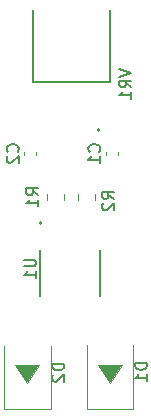
<source format=gbr>
%TF.GenerationSoftware,KiCad,Pcbnew,(6.0.4)*%
%TF.CreationDate,2022-10-02T20:23:54-04:00*%
%TF.ProjectId,NANO_HAT,4e414e4f-5f48-4415-942e-6b696361645f,rev?*%
%TF.SameCoordinates,Original*%
%TF.FileFunction,Legend,Bot*%
%TF.FilePolarity,Positive*%
%FSLAX46Y46*%
G04 Gerber Fmt 4.6, Leading zero omitted, Abs format (unit mm)*
G04 Created by KiCad (PCBNEW (6.0.4)) date 2022-10-02 20:23:54*
%MOMM*%
%LPD*%
G01*
G04 APERTURE LIST*
%ADD10C,0.100000*%
%ADD11C,0.150000*%
%ADD12C,0.120000*%
%ADD13C,0.127000*%
%ADD14C,0.200000*%
G04 APERTURE END LIST*
D10*
G36*
X158634000Y-101824000D02*
G01*
X157618000Y-100300000D01*
X159650000Y-100300000D01*
X158634000Y-101824000D01*
G37*
X158634000Y-101824000D02*
X157618000Y-100300000D01*
X159650000Y-100300000D01*
X158634000Y-101824000D01*
G36*
X165634000Y-101824000D02*
G01*
X164618000Y-100300000D01*
X166650000Y-100300000D01*
X165634000Y-101824000D01*
G37*
X165634000Y-101824000D02*
X164618000Y-100300000D01*
X166650000Y-100300000D01*
X165634000Y-101824000D01*
D11*
%TO.C,R1*%
X159582380Y-85918333D02*
X159106190Y-85585000D01*
X159582380Y-85346904D02*
X158582380Y-85346904D01*
X158582380Y-85727857D01*
X158630000Y-85823095D01*
X158677619Y-85870714D01*
X158772857Y-85918333D01*
X158915714Y-85918333D01*
X159010952Y-85870714D01*
X159058571Y-85823095D01*
X159106190Y-85727857D01*
X159106190Y-85346904D01*
X159582380Y-86870714D02*
X159582380Y-86299285D01*
X159582380Y-86585000D02*
X158582380Y-86585000D01*
X158725238Y-86489761D01*
X158820476Y-86394523D01*
X158868095Y-86299285D01*
%TO.C,R2*%
X165982380Y-86233333D02*
X165506190Y-85900000D01*
X165982380Y-85661904D02*
X164982380Y-85661904D01*
X164982380Y-86042857D01*
X165030000Y-86138095D01*
X165077619Y-86185714D01*
X165172857Y-86233333D01*
X165315714Y-86233333D01*
X165410952Y-86185714D01*
X165458571Y-86138095D01*
X165506190Y-86042857D01*
X165506190Y-85661904D01*
X165077619Y-86614285D02*
X165030000Y-86661904D01*
X164982380Y-86757142D01*
X164982380Y-86995238D01*
X165030000Y-87090476D01*
X165077619Y-87138095D01*
X165172857Y-87185714D01*
X165268095Y-87185714D01*
X165410952Y-87138095D01*
X165982380Y-86566666D01*
X165982380Y-87185714D01*
%TO.C,C2*%
X157827142Y-82233333D02*
X157874761Y-82185714D01*
X157922380Y-82042857D01*
X157922380Y-81947619D01*
X157874761Y-81804761D01*
X157779523Y-81709523D01*
X157684285Y-81661904D01*
X157493809Y-81614285D01*
X157350952Y-81614285D01*
X157160476Y-81661904D01*
X157065238Y-81709523D01*
X156970000Y-81804761D01*
X156922380Y-81947619D01*
X156922380Y-82042857D01*
X156970000Y-82185714D01*
X157017619Y-82233333D01*
X157017619Y-82614285D02*
X156970000Y-82661904D01*
X156922380Y-82757142D01*
X156922380Y-82995238D01*
X156970000Y-83090476D01*
X157017619Y-83138095D01*
X157112857Y-83185714D01*
X157208095Y-83185714D01*
X157350952Y-83138095D01*
X157922380Y-82566666D01*
X157922380Y-83185714D01*
%TO.C,C1*%
X164727142Y-82233333D02*
X164774761Y-82185714D01*
X164822380Y-82042857D01*
X164822380Y-81947619D01*
X164774761Y-81804761D01*
X164679523Y-81709523D01*
X164584285Y-81661904D01*
X164393809Y-81614285D01*
X164250952Y-81614285D01*
X164060476Y-81661904D01*
X163965238Y-81709523D01*
X163870000Y-81804761D01*
X163822380Y-81947619D01*
X163822380Y-82042857D01*
X163870000Y-82185714D01*
X163917619Y-82233333D01*
X164822380Y-83185714D02*
X164822380Y-82614285D01*
X164822380Y-82900000D02*
X163822380Y-82900000D01*
X163965238Y-82804761D01*
X164060476Y-82709523D01*
X164108095Y-82614285D01*
%TO.C,D2*%
X161767380Y-100171904D02*
X160767380Y-100171904D01*
X160767380Y-100410000D01*
X160815000Y-100552857D01*
X160910238Y-100648095D01*
X161005476Y-100695714D01*
X161195952Y-100743333D01*
X161338809Y-100743333D01*
X161529285Y-100695714D01*
X161624523Y-100648095D01*
X161719761Y-100552857D01*
X161767380Y-100410000D01*
X161767380Y-100171904D01*
X160862619Y-101124285D02*
X160815000Y-101171904D01*
X160767380Y-101267142D01*
X160767380Y-101505238D01*
X160815000Y-101600476D01*
X160862619Y-101648095D01*
X160957857Y-101695714D01*
X161053095Y-101695714D01*
X161195952Y-101648095D01*
X161767380Y-101076666D01*
X161767380Y-101695714D01*
%TO.C,U1*%
X158385380Y-91368095D02*
X159194904Y-91368095D01*
X159290142Y-91415714D01*
X159337761Y-91463333D01*
X159385380Y-91558571D01*
X159385380Y-91749047D01*
X159337761Y-91844285D01*
X159290142Y-91891904D01*
X159194904Y-91939523D01*
X158385380Y-91939523D01*
X159385380Y-92939523D02*
X159385380Y-92368095D01*
X159385380Y-92653809D02*
X158385380Y-92653809D01*
X158528238Y-92558571D01*
X158623476Y-92463333D01*
X158671095Y-92368095D01*
%TO.C,D1*%
X168767380Y-100146904D02*
X167767380Y-100146904D01*
X167767380Y-100385000D01*
X167815000Y-100527857D01*
X167910238Y-100623095D01*
X168005476Y-100670714D01*
X168195952Y-100718333D01*
X168338809Y-100718333D01*
X168529285Y-100670714D01*
X168624523Y-100623095D01*
X168719761Y-100527857D01*
X168767380Y-100385000D01*
X168767380Y-100146904D01*
X168767380Y-101670714D02*
X168767380Y-101099285D01*
X168767380Y-101385000D02*
X167767380Y-101385000D01*
X167910238Y-101289761D01*
X168005476Y-101194523D01*
X168053095Y-101099285D01*
%TO.C,VR1*%
X166452380Y-75222976D02*
X167452380Y-75556309D01*
X166452380Y-75889642D01*
X167452380Y-76794404D02*
X166976190Y-76461071D01*
X167452380Y-76222976D02*
X166452380Y-76222976D01*
X166452380Y-76603928D01*
X166500000Y-76699166D01*
X166547619Y-76746785D01*
X166642857Y-76794404D01*
X166785714Y-76794404D01*
X166880952Y-76746785D01*
X166928571Y-76699166D01*
X166976190Y-76603928D01*
X166976190Y-76222976D01*
X167452380Y-77746785D02*
X167452380Y-77175357D01*
X167452380Y-77461071D02*
X166452380Y-77461071D01*
X166595238Y-77365833D01*
X166690476Y-77270595D01*
X166738095Y-77175357D01*
D12*
%TO.C,R1*%
X161800000Y-85857936D02*
X161800000Y-86312064D01*
X160330000Y-85857936D02*
X160330000Y-86312064D01*
%TO.C,R2*%
X164400000Y-85857936D02*
X164400000Y-86312064D01*
X162930000Y-85857936D02*
X162930000Y-86312064D01*
%TO.C,C2*%
X158390000Y-82253733D02*
X158390000Y-82546267D01*
X159410000Y-82253733D02*
X159410000Y-82546267D01*
%TO.C,C1*%
X165290000Y-82253733D02*
X165290000Y-82546267D01*
X166310000Y-82253733D02*
X166310000Y-82546267D01*
%TO.C,D2*%
X156705000Y-104045000D02*
X156705000Y-98660000D01*
X160625000Y-104045000D02*
X156705000Y-104045000D01*
X160625000Y-98660000D02*
X160625000Y-104045000D01*
D13*
%TO.C,U1*%
X164785000Y-90535000D02*
X164785000Y-94435000D01*
X159745000Y-90535000D02*
X159745000Y-94435000D01*
D14*
X159870000Y-88280000D02*
G75*
G03*
X159870000Y-88280000I-100000J0D01*
G01*
D12*
%TO.C,D1*%
X167625000Y-104020000D02*
X163705000Y-104020000D01*
X163705000Y-104020000D02*
X163705000Y-98635000D01*
X167625000Y-98635000D02*
X167625000Y-104020000D01*
D13*
%TO.C,VR1*%
X165635000Y-70259500D02*
X165635000Y-76360500D01*
X165635000Y-76360500D02*
X159095000Y-76360500D01*
X159095000Y-76360500D02*
X159095000Y-70259500D01*
D14*
X164765000Y-80407500D02*
G75*
G03*
X164765000Y-80407500I-100000J0D01*
G01*
%TD*%
M02*

</source>
